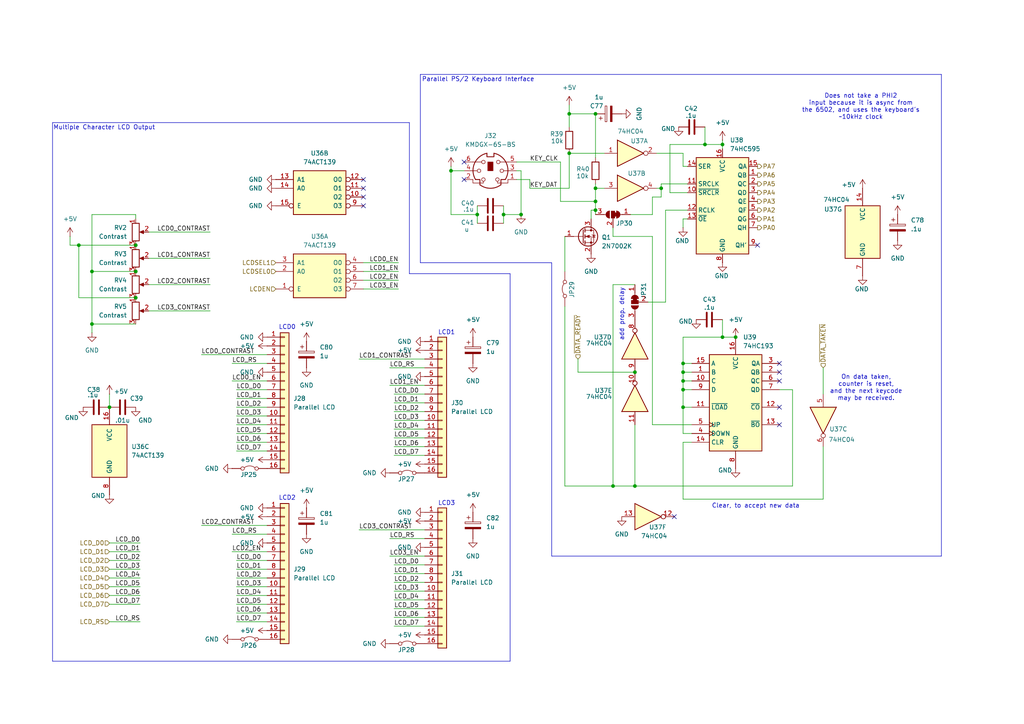
<source format=kicad_sch>
(kicad_sch (version 20250114) (generator "eeschema") (generator_version "9.0")
  (paper "A4")
  (title_block (title "65c02 Homebrew") (rev "Prelim") (company "Joseph R. Freeston") (comment 2 "https://github.com/snorklerjoe/useful6502") (comment 4 "A 65c02-based computer with peripheral i/o offloaded to a PIC16 microcontroller."))
  (lib_symbols
    (symbol "74xx:74HC04"
      (property "Reference" "U" (at 0 1.27 0))
      (property "Value" "74HC04" (at 0 -1.27 0))
      (symbol "74HC04_1_0"
        (pin input line (at -7.62 0 0) (length 3.81) (name "~") (number "1"))
        (pin output inverted (at 7.62 0 180) (length 3.81) (name "~") (number "2"))
      )
      (symbol "74HC04_2_0"
        (pin input line (at -7.62 0 0) (length 3.81) (name "~") (number "3"))
        (pin output inverted (at 7.62 0 180) (length 3.81) (name "~") (number "4"))
      )
      (symbol "74HC04_3_0"
        (pin input line (at -7.62 0 0) (length 3.81) (name "~") (number "5"))
        (pin output inverted (at 7.62 0 180) (length 3.81) (name "~") (number "6"))
      )
      (symbol "74HC04_4_0"
        (pin input line (at -7.62 0 0) (length 3.81) (name "~") (number "9"))
        (pin output inverted (at 7.62 0 180) (length 3.81) (name "~") (number "8"))
      )
      (symbol "74HC04_5_0"
        (pin input line (at -7.62 0 0) (length 3.81) (name "~") (number "11"))
        (pin output inverted (at 7.62 0 180) (length 3.81) (name "~") (number "10"))
      )
      (symbol "74HC04_6_0"
        (pin input line (at -7.62 0 0) (length 3.81) (name "~") (number "13"))
        (pin output inverted (at 7.62 0 180) (length 3.81) (name "~") (number "12"))
      )
      (symbol "74HC04_7_0"
        (pin power_in line (at 0 12.7 270) (length 5.08) (name "VCC") (number "14"))
        (pin power_in line (at 0 -12.7 90) (length 5.08) (name "GND") (number "7"))
      )
    )
    (symbol "74xx:74HC193"
      (property "Reference" "U" (at -7.62 13.97 0))
      (property "Value" "74HC193" (at 5.08 13.97 0))
      (symbol "74HC193_1_0"
        (pin input line (at -12.7 10.16 0) (length 5.08) (name "A") (number "15"))
        (pin input line (at -12.7 7.62 0) (length 5.08) (name "B") (number "1"))
        (pin input line (at -12.7 5.08 0) (length 5.08) (name "C") (number "10"))
        (pin input line (at -12.7 2.54 0) (length 5.08) (name "D") (number "9"))
        (pin input line (at -12.7 -2.54 0) (length 5.08) (name "~{LOAD}") (number "11"))
        (pin input clock (at -12.7 -7.62 0) (length 5.08) (name "UP") (number "5"))
        (pin input clock (at -12.7 -10.16 0) (length 5.08) (name "DOWN") (number "4"))
        (pin input line (at -12.7 -12.7 0) (length 5.08) (name "CLR") (number "14"))
        (pin power_in line (at 0 17.78 270) (length 5.08) (name "VCC") (number "16"))
        (pin power_in line (at 0 -20.32 90) (length 5.08) (name "GND") (number "8"))
        (pin output line (at 12.7 10.16 180) (length 5.08) (name "QA") (number "3"))
        (pin output line (at 12.7 7.62 180) (length 5.08) (name "QB") (number "2"))
        (pin output line (at 12.7 5.08 180) (length 5.08) (name "QC") (number "6"))
        (pin output line (at 12.7 2.54 180) (length 5.08) (name "QD") (number "7"))
        (pin output line (at 12.7 -2.54 180) (length 5.08) (name "~{CO}") (number "12"))
        (pin output line (at 12.7 -7.62 180) (length 5.08) (name "~{BO}") (number "13"))
      )
    )
    (symbol "74xx:74HC595"
      (property "Reference" "U" (at -7.62 13.97 0))
      (property "Value" "74HC595" (at -7.62 -16.51 0))
      (symbol "74HC595_1_0"
        (pin input line (at -10.16 10.16 0) (length 2.54) (name "SER") (number "14"))
        (pin input line (at -10.16 5.08 0) (length 2.54) (name "SRCLK") (number "11"))
        (pin input line (at -10.16 2.54 0) (length 2.54) (name "~{SRCLR}") (number "10"))
        (pin input line (at -10.16 -2.54 0) (length 2.54) (name "RCLK") (number "12"))
        (pin input line (at -10.16 -5.08 0) (length 2.54) (name "~{OE}") (number "13"))
        (pin power_in line (at 0 15.24 270) (length 2.54) (name "VCC") (number "16"))
        (pin power_in line (at 0 -17.78 90) (length 2.54) (name "GND") (number "8"))
        (pin tri_state line (at 10.16 10.16 180) (length 2.54) (name "QA") (number "15"))
        (pin tri_state line (at 10.16 7.62 180) (length 2.54) (name "QB") (number "1"))
        (pin tri_state line (at 10.16 5.08 180) (length 2.54) (name "QC") (number "2"))
        (pin tri_state line (at 10.16 2.54 180) (length 2.54) (name "QD") (number "3"))
        (pin tri_state line (at 10.16 0 180) (length 2.54) (name "QE") (number "4"))
        (pin tri_state line (at 10.16 -2.54 180) (length 2.54) (name "QF") (number "5"))
        (pin tri_state line (at 10.16 -5.08 180) (length 2.54) (name "QG") (number "6"))
        (pin tri_state line (at 10.16 -7.62 180) (length 2.54) (name "QH") (number "7"))
        (pin output line (at 10.16 -12.7 180) (length 2.54) (name "QH'") (number "9"))
      )
    )
    (symbol "74xx:74LS139" (pin_names (offset 1.016))
      (property "Reference" "U" (at -7.62 8.89 0))
      (property "Value" "74LS139" (at -7.62 -8.89 0))
      (symbol "74LS139_1_0"
        (pin input line (at -12.7 2.54 0) (length 5.08) (name "A1") (number "3"))
        (pin input line (at -12.7 0 0) (length 5.08) (name "A0") (number "2"))
        (pin input inverted (at -12.7 -5.08 0) (length 5.08) (name "E") (number "1"))
        (pin output inverted (at 12.7 2.54 180) (length 5.08) (name "O0") (number "4"))
        (pin output inverted (at 12.7 0 180) (length 5.08) (name "O1") (number "5"))
        (pin output inverted (at 12.7 -2.54 180) (length 5.08) (name "O2") (number "6"))
        (pin output inverted (at 12.7 -5.08 180) (length 5.08) (name "O3") (number "7"))
      )
      (symbol "74LS139_2_0"
        (pin input line (at -12.7 2.54 0) (length 5.08) (name "A1") (number "13"))
        (pin input line (at -12.7 0 0) (length 5.08) (name "A0") (number "14"))
        (pin input inverted (at -12.7 -5.08 0) (length 5.08) (name "E") (number "15"))
        (pin output inverted (at 12.7 2.54 180) (length 5.08) (name "O0") (number "12"))
        (pin output inverted (at 12.7 0 180) (length 5.08) (name "O1") (number "11"))
        (pin output inverted (at 12.7 -2.54 180) (length 5.08) (name "O2") (number "10"))
        (pin output inverted (at 12.7 -5.08 180) (length 5.08) (name "O3") (number "9"))
      )
      (symbol "74LS139_3_0"
        (pin power_in line (at 0 12.7 270) (length 5.08) (name "VCC") (number "16"))
        (pin power_in line (at 0 -12.7 90) (length 5.08) (name "GND") (number "8"))
      )
    )
    (symbol "Connector:Mini-DIN-6" (pin_names (offset 1.016))
      (property "Reference" "J" (at 0 6.35 0))
      (property "Value" "Mini-DIN-6" (at 0 -6.35 0))
      (symbol "Mini-DIN-6_1_1"
        (pin passive line (at -7.62 2.54 0) (length 2.54) (name "~") (number "6"))
        (pin passive line (at -7.62 0 0) (length 2.54) (name "~") (number "4"))
        (pin passive line (at -7.62 -2.54 0) (length 2.54) (name "~") (number "2"))
        (pin passive line (at 7.62 2.54 180) (length 2.54) (name "~") (number "5"))
        (pin passive line (at 7.62 0 180) (length 2.54) (name "~") (number "3"))
        (pin passive line (at 7.62 -2.54 180) (length 2.54) (name "~") (number "1"))
      )
    )
    (symbol "Connector_Generic:Conn_01x16" (pin_names (offset 1.016) (hide yes))
      (property "Reference" "J" (at 0 20.32 0))
      (property "Value" "Conn_01x16" (at 0 -22.86 0))
      (symbol "Conn_01x16_1_1"
        (pin passive line (at -5.08 17.78 0) (length 3.81) (name "Pin_1") (number "1"))
        (pin passive line (at -5.08 15.24 0) (length 3.81) (name "Pin_2") (number "2"))
        (pin passive line (at -5.08 12.7 0) (length 3.81) (name "Pin_3") (number "3"))
        (pin passive line (at -5.08 10.16 0) (length 3.81) (name "Pin_4") (number "4"))
        (pin passive line (at -5.08 7.62 0) (length 3.81) (name "Pin_5") (number "5"))
        (pin passive line (at -5.08 5.08 0) (length 3.81) (name "Pin_6") (number "6"))
        (pin passive line (at -5.08 2.54 0) (length 3.81) (name "Pin_7") (number "7"))
        (pin passive line (at -5.08 0 0) (length 3.81) (name "Pin_8") (number "8"))
        (pin passive line (at -5.08 -2.54 0) (length 3.81) (name "Pin_9") (number "9"))
        (pin passive line (at -5.08 -5.08 0) (length 3.81) (name "Pin_10") (number "10"))
        (pin passive line (at -5.08 -7.62 0) (length 3.81) (name "Pin_11") (number "11"))
        (pin passive line (at -5.08 -10.16 0) (length 3.81) (name "Pin_12") (number "12"))
        (pin passive line (at -5.08 -12.7 0) (length 3.81) (name "Pin_13") (number "13"))
        (pin passive line (at -5.08 -15.24 0) (length 3.81) (name "Pin_14") (number "14"))
        (pin passive line (at -5.08 -17.78 0) (length 3.81) (name "Pin_15") (number "15"))
        (pin passive line (at -5.08 -20.32 0) (length 3.81) (name "Pin_16") (number "16"))
      )
    )
    (symbol "Device:C" (pin_numbers (hide yes)) (pin_names (offset 0.254))
      (property "Reference" "C" (at 0.635 2.54 0))
      (property "Value" "C" (at 0.635 -2.54 0))
      (symbol "C_1_1"
        (pin passive line (at 0 3.81 270) (length 2.794) (name "~") (number "1"))
        (pin passive line (at 0 -3.81 90) (length 2.794) (name "~") (number "2"))
      )
    )
    (symbol "Device:C_Polarized" (pin_numbers (hide yes)) (pin_names (offset 0.254))
      (property "Reference" "C" (at 0.635 2.54 0))
      (property "Value" "C_Polarized" (at 0.635 -2.54 0))
      (symbol "C_Polarized_1_1"
        (pin passive line (at 0 3.81 270) (length 2.794) (name "~") (number "1"))
        (pin passive line (at 0 -3.81 90) (length 2.794) (name "~") (number "2"))
      )
    )
    (symbol "Device:R" (pin_numbers (hide yes)) (pin_names (offset 0))
      (property "Reference" "R" (at 2.032 0 90))
      (property "Value" "R" (at 0 0 90))
      (symbol "R_1_1"
        (pin passive line (at 0 3.81 270) (length 1.27) (name "~") (number "1"))
        (pin passive line (at 0 -3.81 90) (length 1.27) (name "~") (number "2"))
      )
    )
    (symbol "Device:R_Potentiometer" (pin_names (offset 1.016) (hide yes))
      (property "Reference" "RV" (at -4.445 0 90))
      (property "Value" "R_Potentiometer" (at -2.54 0 90))
      (symbol "R_Potentiometer_1_1"
        (pin passive line (at 0 3.81 270) (length 1.27) (name "1") (number "1"))
        (pin passive line (at 0 -3.81 90) (length 1.27) (name "3") (number "3"))
        (pin passive line (at 3.81 0 180) (length 1.27) (name "2") (number "2"))
      )
    )
    (symbol "Jumper:Jumper_2_Bridged" (pin_numbers (hide yes)) (pin_names (offset 0) (hide yes))
      (property "Reference" "JP" (at 0 1.905 0))
      (property "Value" "Jumper_2_Bridged" (at 0 -2.54 0))
      (symbol "Jumper_2_Bridged_1_1"
        (pin passive line (at -5.08 0 0) (length 2.54) (name "A") (number "1"))
        (pin passive line (at 5.08 0 180) (length 2.54) (name "B") (number "2"))
      )
    )
    (symbol "Jumper:SolderJumper_3_Bridged12" (pin_names (offset 0) (hide yes)) (in_bom no)
      (property "Reference" "JP" (at -2.54 -2.54 0))
      (property "Value" "SolderJumper_3_Bridged12" (at 0 2.794 0))
      (symbol "SolderJumper_3_Bridged12_1_1"
        (pin passive line (at -5.08 0 0) (length 2.54) (name "A") (number "1"))
        (pin passive line (at 0 -3.81 90) (length 2.54) (name "C") (number "2"))
        (pin passive line (at 5.08 0 180) (length 2.54) (name "B") (number "3"))
      )
    )
    (symbol "Transistor_FET:2N7002K" (pin_names (hide yes))
      (property "Reference" "Q" (at 5.08 1.905 0))
      (property "Value" "2N7002K" (at 5.08 0 0))
      (symbol "2N7002K_1_1"
        (pin input line (at -5.08 0 0) (length 2.54) (name "G") (number "1"))
        (pin passive line (at 2.54 5.08 270) (length 2.54) (name "D") (number "3"))
        (pin passive line (at 2.54 -5.08 90) (length 2.54) (name "S") (number "2"))
      )
    )
    (symbol "power:+5V" (power) (pin_numbers (hide yes)) (pin_names (offset 0) (hide yes))
      (property "Value" "+5V" (at 0 3.556 0))
      (symbol "+5V_1_1"
        (pin power_in line (at 0 0 90) (length 0) (name "~") (number "1"))
      )
    )
    (symbol "power:GND" (power) (pin_numbers (hide yes)) (pin_names (offset 0) (hide yes))
      (property "Value" "GND" (at 0 -3.81 0))
      (symbol "GND_1_1"
        (pin power_in line (at 0 0 270) (length 0) (name "~") (number "1"))
      )
    )
  )
  (text "LCD3" (at 129.54 146.05 0) (effects (font (size 1.27 1.27))))
  (text "LCD2\n" (at 83.312 144.526 0) (effects (font (size 1.27 1.27))))
  (text "On data taken,\ncounter is reset,\nand the next keycode\nmay be received." (at 251.206 112.522 0) (effects (font (size 1.27 1.27))))
  (text "LCD1" (at 129.54 96.52 0) (effects (font (size 1.27 1.27))))
  (text "Clear, to accept new data" (at 219.202 146.812 0) (effects (font (size 1.27 1.27))))
  (text "Multiple Character LCD Output" (at 30.226 37.084 0) (effects (font (size 1.27 1.27))))
  (text "Parallel PS/2 Keyboard Interface" (at 138.684 23.114 0) (effects (font (size 1.27 1.27))))
  (text "add prop. delay" (at 180.34 91.186 90) (effects (font (size 1.27 1.27))))
  (text "LCD0" (at 83.312 94.996 0) (effects (font (size 1.27 1.27))))
  (text "Does not take a PHI2\ninput because it is async from\nthe 6502, and uses the keyboard's\n~10kHz clock" (at 249.682 30.988 0) (effects (font (size 1.27 1.27))))
  (junction (at 198.12 118.11))
  (junction (at 165.1 33.02))
  (junction (at 198.12 105.41))
  (junction (at 172.72 58.42))
  (junction (at 22.86 71.12))
  (junction (at 191.77 54.61))
  (junction (at 172.72 33.02))
  (junction (at 172.72 60.96))
  (junction (at 26.67 93.98))
  (junction (at 198.12 113.03))
  (junction (at 165.1 44.45))
  (junction (at 198.12 110.49))
  (junction (at 146.05 62.23))
  (junction (at 209.55 97.79))
  (junction (at 184.15 140.97))
  (junction (at 39.37 86.36))
  (junction (at 138.43 62.23))
  (junction (at 39.37 78.74))
  (junction (at 130.81 49.53))
  (junction (at 204.47 41.91))
  (junction (at 184.15 107.95))
  (junction (at 172.72 54.61))
  (junction (at 31.75 118.11))
  (junction (at 26.67 78.74))
  (junction (at 177.8 140.97))
  (junction (at 39.37 71.12))
  (junction (at 209.55 41.91))
  (junction (at 213.36 97.79))
  (junction (at 151.13 62.23))
  (junction (at 198.12 107.95))
  (no_connect (at 226.06 107.95))
  (no_connect (at 134.62 52.07))
  (no_connect (at 226.06 110.49))
  (no_connect (at 134.62 46.99))
  (no_connect (at 226.06 123.19))
  (no_connect (at 219.71 71.12))
  (no_connect (at 105.41 54.61))
  (no_connect (at 105.41 59.69))
  (no_connect (at 226.06 105.41))
  (no_connect (at 105.41 57.15))
  (no_connect (at 195.58 149.86))
  (no_connect (at 226.06 118.11))
  (no_connect (at 105.41 52.07))
  (wire (pts (xy 77.47 130.81) (xy 68.58 130.81)))
  (wire (pts (xy 200.66 125.73) (xy 198.12 125.73)))
  (wire (pts (xy 39.37 63.5) (xy 39.37 62.23)))
  (wire (pts (xy 191.77 54.61) (xy 191.77 53.34)))
  (wire (pts (xy 198.12 105.41) (xy 198.12 107.95)))
  (polyline (pts (xy 121.92 21.59) (xy 121.92 76.2)))
  (wire (pts (xy 123.19 179.07) (xy 114.3 179.07)))
  (wire (pts (xy 163.83 140.97) (xy 177.8 140.97)))
  (wire (pts (xy 113.03 111.76) (xy 123.19 111.76)))
  (wire (pts (xy 20.32 68.58) (xy 20.32 71.12)))
  (wire (pts (xy 39.37 93.98) (xy 26.67 93.98)))
  (wire (pts (xy 165.1 33.02) (xy 165.1 36.83)))
  (wire (pts (xy 123.19 163.83) (xy 114.3 163.83)))
  (wire (pts (xy 198.12 107.95) (xy 198.12 110.49)))
  (wire (pts (xy 238.76 106.68) (xy 238.76 114.3)))
  (wire (pts (xy 123.19 129.54) (xy 114.3 129.54)))
  (wire (pts (xy 198.12 44.45) (xy 198.12 48.26)))
  (wire (pts (xy 153.67 54.61) (xy 165.1 54.61)))
  (wire (pts (xy 153.67 52.07) (xy 153.67 54.61)))
  (wire (pts (xy 43.18 67.31) (xy 60.96 67.31)))
  (wire (pts (xy 162.56 58.42) (xy 172.72 58.42)))
  (wire (pts (xy 177.8 68.58) (xy 189.23 68.58)))
  (wire (pts (xy 104.14 153.67) (xy 123.19 153.67)))
  (wire (pts (xy 167.64 107.95) (xy 184.15 107.95)))
  (wire (pts (xy 189.23 68.58) (xy 189.23 123.19)))
  (wire (pts (xy 238.76 144.78) (xy 198.12 144.78)))
  (wire (pts (xy 194.31 55.88) (xy 194.31 41.91)))
  (wire (pts (xy 198.12 144.78) (xy 198.12 128.27)))
  (wire (pts (xy 209.55 43.18) (xy 209.55 41.91)))
  (wire (pts (xy 31.75 162.56) (xy 40.64 162.56)))
  (wire (pts (xy 31.75 165.1) (xy 40.64 165.1)))
  (wire (pts (xy 123.19 181.61) (xy 114.3 181.61)))
  (wire (pts (xy 39.37 62.23) (xy 26.67 62.23)))
  (wire (pts (xy 105.41 83.82) (xy 115.57 83.82)))
  (wire (pts (xy 67.31 110.49) (xy 77.47 110.49)))
  (wire (pts (xy 77.47 125.73) (xy 68.58 125.73)))
  (polyline (pts (xy 147.955 79.375) (xy 147.955 191.77)))
  (wire (pts (xy 209.55 41.91) (xy 209.55 40.64)))
  (wire (pts (xy 123.19 171.45) (xy 114.3 171.45)))
  (wire (pts (xy 165.1 44.45) (xy 175.26 44.45)))
  (wire (pts (xy 123.19 121.92) (xy 114.3 121.92)))
  (wire (pts (xy 184.15 140.97) (xy 229.87 140.97)))
  (wire (pts (xy 177.8 66.04) (xy 177.8 68.58)))
  (wire (pts (xy 123.19 124.46) (xy 114.3 124.46)))
  (wire (pts (xy 77.47 165.1) (xy 68.58 165.1)))
  (wire (pts (xy 146.05 59.69) (xy 146.05 62.23)))
  (wire (pts (xy 123.19 114.3) (xy 114.3 114.3)))
  (wire (pts (xy 77.47 115.57) (xy 68.58 115.57)))
  (wire (pts (xy 198.12 128.27) (xy 200.66 128.27)))
  (wire (pts (xy 204.47 36.83) (xy 204.47 41.91)))
  (wire (pts (xy 200.66 105.41) (xy 198.12 105.41)))
  (wire (pts (xy 229.87 113.03) (xy 229.87 140.97)))
  (wire (pts (xy 198.12 48.26) (xy 199.39 48.26)))
  (wire (pts (xy 177.8 82.55) (xy 177.8 140.97)))
  (polyline (pts (xy 15.24 35.56) (xy 118.745 35.56)))
  (wire (pts (xy 77.47 120.65) (xy 68.58 120.65)))
  (wire (pts (xy 184.15 123.19) (xy 184.15 140.97)))
  (wire (pts (xy 31.75 157.48) (xy 40.64 157.48)))
  (wire (pts (xy 198.12 105.41) (xy 198.12 97.79)))
  (wire (pts (xy 22.86 86.36) (xy 39.37 86.36)))
  (wire (pts (xy 149.86 46.99) (xy 162.56 46.99)))
  (wire (pts (xy 171.45 60.96) (xy 172.72 60.96)))
  (wire (pts (xy 171.45 63.5) (xy 171.45 60.96)))
  (wire (pts (xy 189.23 62.23) (xy 189.23 57.15)))
  (wire (pts (xy 130.81 48.26) (xy 130.81 49.53)))
  (wire (pts (xy 138.43 59.69) (xy 138.43 62.23)))
  (wire (pts (xy 113.03 106.68) (xy 123.19 106.68)))
  (wire (pts (xy 226.06 113.03) (xy 229.87 113.03)))
  (wire (pts (xy 105.41 78.74) (xy 115.57 78.74)))
  (wire (pts (xy 190.5 54.61) (xy 191.77 54.61)))
  (wire (pts (xy 31.75 170.18) (xy 40.64 170.18)))
  (wire (pts (xy 105.41 76.2) (xy 115.57 76.2)))
  (wire (pts (xy 77.47 162.56) (xy 68.58 162.56)))
  (wire (pts (xy 123.19 176.53) (xy 114.3 176.53)))
  (wire (pts (xy 199.39 55.88) (xy 194.31 55.88)))
  (wire (pts (xy 26.67 62.23) (xy 26.67 78.74)))
  (wire (pts (xy 209.55 97.79) (xy 213.36 97.79)))
  (wire (pts (xy 31.75 160.02) (xy 40.64 160.02)))
  (wire (pts (xy 187.96 87.63) (xy 193.04 87.63)))
  (wire (pts (xy 163.83 78.74) (xy 163.83 68.58)))
  (wire (pts (xy 67.31 105.41) (xy 77.47 105.41)))
  (wire (pts (xy 177.8 140.97) (xy 184.15 140.97)))
  (wire (pts (xy 67.31 154.94) (xy 77.47 154.94)))
  (wire (pts (xy 31.75 175.26) (xy 40.64 175.26)))
  (wire (pts (xy 190.5 44.45) (xy 198.12 44.45)))
  (wire (pts (xy 77.47 113.03) (xy 68.58 113.03)))
  (wire (pts (xy 31.75 172.72) (xy 40.64 172.72)))
  (wire (pts (xy 191.77 53.34) (xy 199.39 53.34)))
  (wire (pts (xy 43.18 82.55) (xy 60.96 82.55)))
  (wire (pts (xy 204.47 41.91) (xy 209.55 41.91)))
  (wire (pts (xy 198.12 107.95) (xy 200.66 107.95)))
  (polyline (pts (xy 118.745 35.56) (xy 118.745 79.375)))
  (wire (pts (xy 193.04 60.96) (xy 199.39 60.96)))
  (polyline (pts (xy 273.05 21.59) (xy 121.92 21.59)))
  (wire (pts (xy 43.18 90.17) (xy 60.96 90.17)))
  (wire (pts (xy 77.47 177.8) (xy 68.58 177.8)))
  (wire (pts (xy 77.47 180.34) (xy 68.58 180.34)))
  (wire (pts (xy 193.04 87.63) (xy 193.04 60.96)))
  (wire (pts (xy 194.31 41.91) (xy 204.47 41.91)))
  (wire (pts (xy 77.47 118.11) (xy 68.58 118.11)))
  (wire (pts (xy 123.19 166.37) (xy 114.3 166.37)))
  (polyline (pts (xy 160.02 76.2) (xy 160.02 161.29)))
  (polyline (pts (xy 121.92 76.2) (xy 160.02 76.2)))
  (wire (pts (xy 123.19 173.99) (xy 114.3 173.99)))
  (wire (pts (xy 26.67 78.74) (xy 39.37 78.74)))
  (wire (pts (xy 200.66 118.11) (xy 198.12 118.11)))
  (wire (pts (xy 130.81 62.23) (xy 130.81 49.53)))
  (wire (pts (xy 31.75 114.3) (xy 31.75 118.11)))
  (wire (pts (xy 209.55 92.71) (xy 209.55 97.79)))
  (wire (pts (xy 77.47 170.18) (xy 68.58 170.18)))
  (wire (pts (xy 172.72 54.61) (xy 175.26 54.61)))
  (wire (pts (xy 77.47 167.64) (xy 68.58 167.64)))
  (polyline (pts (xy 160.02 161.29) (xy 273.05 161.29)))
  (wire (pts (xy 22.86 71.12) (xy 22.86 86.36)))
  (wire (pts (xy 162.56 46.99) (xy 162.56 58.42)))
  (wire (pts (xy 163.83 88.9) (xy 163.83 140.97)))
  (wire (pts (xy 77.47 175.26) (xy 68.58 175.26)))
  (wire (pts (xy 172.72 45.72) (xy 172.72 33.02)))
  (wire (pts (xy 172.72 33.02) (xy 165.1 33.02)))
  (wire (pts (xy 189.23 123.19) (xy 200.66 123.19)))
  (wire (pts (xy 123.19 132.08) (xy 114.3 132.08)))
  (wire (pts (xy 20.32 71.12) (xy 22.86 71.12)))
  (wire (pts (xy 31.75 180.34) (xy 40.64 180.34)))
  (wire (pts (xy 151.13 49.53) (xy 149.86 49.53)))
  (wire (pts (xy 113.03 161.29) (xy 123.19 161.29)))
  (wire (pts (xy 198.12 63.5) (xy 198.12 66.04)))
  (wire (pts (xy 58.42 102.87) (xy 77.47 102.87)))
  (wire (pts (xy 26.67 96.52) (xy 26.67 93.98)))
  (wire (pts (xy 77.47 172.72) (xy 68.58 172.72)))
  (wire (pts (xy 77.47 128.27) (xy 68.58 128.27)))
  (wire (pts (xy 123.19 127) (xy 114.3 127)))
  (wire (pts (xy 26.67 93.98) (xy 26.67 78.74)))
  (wire (pts (xy 67.31 160.02) (xy 77.47 160.02)))
  (wire (pts (xy 191.77 54.61) (xy 191.77 57.15)))
  (polyline (pts (xy 118.745 79.375) (xy 147.955 79.375)))
  (wire (pts (xy 39.37 71.12) (xy 22.86 71.12)))
  (wire (pts (xy 198.12 110.49) (xy 198.12 113.03)))
  (wire (pts (xy 31.75 167.64) (xy 40.64 167.64)))
  (polyline (pts (xy 273.05 161.29) (xy 273.05 21.59)))
  (wire (pts (xy 130.81 49.53) (xy 134.62 49.53)))
  (wire (pts (xy 151.13 49.53) (xy 151.13 62.23)))
  (wire (pts (xy 177.8 82.55) (xy 184.15 82.55)))
  (wire (pts (xy 189.23 57.15) (xy 191.77 57.15)))
  (wire (pts (xy 182.88 62.23) (xy 189.23 62.23)))
  (wire (pts (xy 198.12 113.03) (xy 200.66 113.03)))
  (wire (pts (xy 77.47 123.19) (xy 68.58 123.19)))
  (wire (pts (xy 172.72 60.96) (xy 172.72 62.23)))
  (wire (pts (xy 58.42 152.4) (xy 77.47 152.4)))
  (wire (pts (xy 105.41 81.28) (xy 115.57 81.28)))
  (wire (pts (xy 165.1 44.45) (xy 165.1 54.61)))
  (wire (pts (xy 198.12 113.03) (xy 198.12 118.11)))
  (wire (pts (xy 151.13 62.23) (xy 146.05 62.23)))
  (wire (pts (xy 172.72 53.34) (xy 172.72 54.61)))
  (polyline (pts (xy 147.955 191.77) (xy 15.24 191.77)))
  (polyline (pts (xy 15.24 35.56) (xy 15.24 191.77)))
  (wire (pts (xy 165.1 30.48) (xy 165.1 33.02)))
  (wire (pts (xy 138.43 62.23) (xy 130.81 62.23)))
  (wire (pts (xy 113.03 156.21) (xy 123.19 156.21)))
  (wire (pts (xy 198.12 97.79) (xy 209.55 97.79)))
  (wire (pts (xy 123.19 168.91) (xy 114.3 168.91)))
  (wire (pts (xy 199.39 63.5) (xy 198.12 63.5)))
  (wire (pts (xy 146.05 64.77) (xy 146.05 62.23)))
  (wire (pts (xy 123.19 116.84) (xy 114.3 116.84)))
  (wire (pts (xy 238.76 129.54) (xy 238.76 144.78)))
  (wire (pts (xy 167.64 104.14) (xy 167.64 107.95)))
  (wire (pts (xy 123.19 119.38) (xy 114.3 119.38)))
  (wire (pts (xy 172.72 54.61) (xy 172.72 58.42)))
  (wire (pts (xy 200.66 110.49) (xy 198.12 110.49)))
  (wire (pts (xy 43.18 74.93) (xy 60.96 74.93)))
  (wire (pts (xy 104.14 104.14) (xy 123.19 104.14)))
  (wire (pts (xy 198.12 118.11) (xy 198.12 125.73)))
  (wire (pts (xy 172.72 58.42) (xy 172.72 60.96)))
  (wire (pts (xy 149.86 52.07) (xy 153.67 52.07)))
  (wire (pts (xy 138.43 64.77) (xy 138.43 62.23)))
  (label "LCD_D3" (at 40.64 165.1 180))
  (label "LCD2_CONTRAST" (at 60.96 82.55 180))
  (label "LCD2_EN" (at 115.57 81.28 180))
  (label "LCD_D3" (at 114.3 121.92 0))
  (label "KEY_DAT" (at 153.67 54.61 0))
  (label "LCD_D0" (at 68.58 113.03 0))
  (label "LCD3_EN" (at 113.03 161.29 0))
  (label "LCD_D1" (at 114.3 166.37 0))
  (label "LCD1_EN" (at 115.57 78.74 180))
  (label "LCD_D7" (at 114.3 132.08 0))
  (label "LCD_RS" (at 113.03 156.21 0))
  (label "LCD3_CONTRAST" (at 60.96 90.17 180))
  (label "LCD_D6" (at 68.58 128.27 0))
  (label "LCD0_CONTRAST" (at 60.96 67.31 180))
  (label "LCD_D7" (at 68.58 130.81 0))
  (label "LCD0_EN" (at 115.57 76.2 180))
  (label "LCD_D1" (at 68.58 165.1 0))
  (label "LCD_D1" (at 114.3 116.84 0))
  (label "LCD2_CONTRAST" (at 58.42 152.4 0))
  (label "LCD_D0" (at 68.58 162.56 0))
  (label "LCD_RS" (at 67.31 105.41 0))
  (label "LCD0_EN" (at 67.31 110.49 0))
  (label "LCD_D2" (at 40.64 162.56 180))
  (label "LCD_D1" (at 40.64 160.02 180))
  (label "LCD2_EN" (at 67.31 160.02 0))
  (label "LCD_RS" (at 113.03 106.68 0))
  (label "LCD_D2" (at 114.3 168.91 0))
  (label "LCD_D6" (at 114.3 179.07 0))
  (label "LCD1_CONTRAST" (at 60.96 74.93 180))
  (label "LCD_RS" (at 40.64 180.34 180))
  (label "LCD_D3" (at 68.58 120.65 0))
  (label "LCD1_CONTRAST" (at 104.14 104.14 0))
  (label "LCD3_EN" (at 115.57 83.82 180))
  (label "LCD_D0" (at 114.3 163.83 0))
  (label "KEY_CLK" (at 153.67 46.99 0))
  (label "LCD_D5" (at 40.64 170.18 180))
  (label "LCD_D0" (at 114.3 114.3 0))
  (label "LCD_D7" (at 68.58 180.34 0))
  (label "LCD_D7" (at 40.64 175.26 180))
  (label "LCD_D5" (at 68.58 175.26 0))
  (label "LCD_D5" (at 114.3 127 0))
  (label "LCD_D7" (at 114.3 181.61 0))
  (label "LCD_D0" (at 40.64 157.48 180))
  (label "LCD_D4" (at 40.64 167.64 180))
  (label "LCD_D6" (at 68.58 177.8 0))
  (label "LCD_D2" (at 68.58 167.64 0))
  (label "LCD_D6" (at 40.64 172.72 180))
  (label "LCD_D3" (at 114.3 171.45 0))
  (label "LCD_D6" (at 114.3 129.54 0))
  (label "LCD_RS" (at 67.31 154.94 0))
  (label "LCD_D3" (at 68.58 170.18 0))
  (label "LCD_D4" (at 68.58 123.19 0))
  (label "LCD_D4" (at 114.3 124.46 0))
  (label "LCD_D1" (at 68.58 115.57 0))
  (label "LCD1_EN" (at 113.03 111.76 0))
  (label "LCD_D5" (at 114.3 176.53 0))
  (label "LCD_D4" (at 114.3 173.99 0))
  (label "LCD_D4" (at 68.58 172.72 0))
  (label "LCD_D2" (at 68.58 118.11 0))
  (label "LCD_D2" (at 114.3 119.38 0))
  (label "LCD0_CONTRAST" (at 58.42 102.87 0))
  (label "LCD_D5" (at 68.58 125.73 0))
  (label "LCD3_CONTRAST" (at 104.14 153.67 0))
  (hierarchical_label "PA7" (shape output) (at 219.71 48.26 0))
  (hierarchical_label "LCD_D5" (shape input) (at 31.75 170.18 180))
  (hierarchical_label "LCD_D4" (shape input) (at 31.75 167.64 180))
  (hierarchical_label "LCDSEL1" (shape input) (at 80.01 76.2 180))
  (hierarchical_label "PA6" (shape output) (at 219.71 50.8 0))
  (hierarchical_label "~{DATA_TAKEN}" (shape input) (at 238.76 106.68 90))
  (hierarchical_label "LCD_D7" (shape input) (at 31.75 175.26 180))
  (hierarchical_label "LCDEN" (shape input) (at 80.01 83.82 180))
  (hierarchical_label "PA5" (shape output) (at 219.71 53.34 0))
  (hierarchical_label "LCD_D0" (shape input) (at 31.75 157.48 180))
  (hierarchical_label "LCDSEL0" (shape input) (at 80.01 78.74 180))
  (hierarchical_label "LCD_D6" (shape input) (at 31.75 172.72 180))
  (hierarchical_label "~{DATA_READY}" (shape input) (at 167.64 104.14 90))
  (hierarchical_label "LCD_D1" (shape input) (at 31.75 160.02 180))
  (hierarchical_label "PA0" (shape output) (at 219.71 66.04 0))
  (hierarchical_label "PA2" (shape output) (at 219.71 60.96 0))
  (hierarchical_label "LCD_D2" (shape input) (at 31.75 162.56 180))
  (hierarchical_label "PA1" (shape output) (at 219.71 63.5 0))
  (hierarchical_label "LCD_RS" (shape input) (at 31.75 180.34 180))
  (hierarchical_label "LCD_D3" (shape input) (at 31.75 165.1 180))
  (hierarchical_label "PA4" (shape output) (at 219.71 55.88 0))
  (hierarchical_label "PA3" (shape output) (at 219.71 58.42 0))
  (symbol (lib_id "Device:C_Polarized") (at 176.53 33.02 90) (unit 1)
    (property "Reference" "C77" (at 175.006 30.734 90) (effects (justify left)))
    (property "Value" "1u" (at 175.006 28.194 90) (effects (justify left)))
    (property "Description" "Polarized capacitor" (effects (hide yes)))
  )
  (symbol (lib_id "power:GND") (at 260.35 69.85 0) (unit 1)
    (property "Reference" "#PWR0281" (effects (hide yes)))
    (property "Value" "GND" (at 260.35 74.93 0))
    (property "Description" "Power symbol creates a global label with name \"GND\" , ground" (effects (hide yes)))
  )
  (symbol (lib_id "Device:R_Potentiometer") (at 39.37 90.17 0) (unit 1)
    (property "Reference" "RV5" (at 36.83 88.8999 0) (effects (justify right)))
    (property "Value" "Contrast" (at 36.83 91.4399 0) (effects (justify right)))
    (property "Description" "Potentiometer" (effects (hide yes)))
  )
  (symbol (lib_id "Jumper:Jumper_2_Bridged") (at 72.39 135.89 0) (unit 1)
    (property "Reference" "JP25" (at 72.136 137.668 0))
    (property "Value" "Jumper_2_Bridged" (effects (hide yes)))
    (property "Description" "Jumper, 2-pole, closed/bridged" (effects (hide yes)))
  )
  (symbol (lib_id "74xx:74HC04") (at 182.88 54.61 0) (unit 2)
    (property "Reference" "U37" (at 184.658 50.292 0))
    (property "Value" "74HC04" (effects (hide yes)))
    (property "Footprint" "Package_SO:SOIC-14_3.9x8.7mm_P1.27mm" (effects (hide yes)))
    (property "Datasheet" "https://www.ti.com/lit/gpn/sn74hc04" (effects (hide yes)))
    (property "Description" "Hex Inverter" (effects (hide yes)))
    (property "t_pd (ns)" "19" (effects (hide yes)))
  )
  (symbol (lib_id "Device:C_Polarized") (at 88.9 102.87 0) (unit 1)
    (property "Reference" "C80" (at 92.71 100.7109 0) (effects (justify left)))
    (property "Value" "1u" (at 92.71 103.2509 0) (effects (justify left)))
    (property "Description" "Polarized capacitor" (effects (hide yes)))
  )
  (symbol (lib_id "power:GND") (at 123.19 109.22 270) (unit 1)
    (property "Reference" "#PWR0159" (effects (hide yes)))
    (property "Value" "GND" (at 119.38 109.2199 90) (effects (justify right)))
    (property "Description" "Power symbol creates a global label with name \"GND\" , ground" (effects (hide yes)))
  )
  (symbol (lib_id "power:+5V") (at 260.35 62.23 0) (unit 1)
    (property "Reference" "#PWR0279" (effects (hide yes)))
    (property "Value" "+5V" (at 260.35 57.15 0))
    (property "Description" "Power symbol creates a global label with name \"+5V\"" (effects (hide yes)))
  )
  (symbol (lib_id "Device:R") (at 165.1 40.64 0) (unit 1)
    (property "Reference" "R39" (at 159.512 38.862 0) (effects (justify left)))
    (property "Value" "10k" (at 159.766 40.894 0) (effects (justify left)))
    (property "Description" "Resistor" (effects (hide yes)))
  )
  (symbol (lib_id "74xx:74HC04") (at 187.96 149.86 0) (unit 6)
    (property "Reference" "U37" (at 190.754 152.908 0))
    (property "Value" "74HC04" (at 189.738 155.448 0))
    (property "Footprint" "Package_SO:SOIC-14_3.9x8.7mm_P1.27mm" (effects (hide yes)))
    (property "Datasheet" "https://www.ti.com/lit/gpn/sn74hc04" (effects (hide yes)))
    (property "Description" "Hex Inverter" (effects (hide yes)))
    (property "t_pd (ns)" "19" (effects (hide yes)))
  )
  (symbol (lib_id "power:GND") (at 123.19 158.75 270) (unit 1)
    (property "Reference" "#PWR0163" (effects (hide yes)))
    (property "Value" "GND" (at 119.38 158.7499 90) (effects (justify right)))
    (property "Description" "Power symbol creates a global label with name \"GND\" , ground" (effects (hide yes)))
  )
  (symbol (lib_id "74xx:74LS139") (at 92.71 78.74 0) (unit 1)
    (property "Reference" "U36" (at 92.71 68.58 0))
    (property "Value" "74ACT139" (at 92.71 71.12 0))
    (property "Datasheet" "http://www.ti.com/lit/ds/symlink/sn74ls139a.pdf" (effects (hide yes)))
    (property "Description" "Dual Decoder 1 of 4, Active low outputs" (effects (hide yes)))
  )
  (symbol (lib_id "power:+5V") (at 77.47 133.35 90) (unit 1)
    (property "Reference" "#PWR0147" (effects (hide yes)))
    (property "Value" "+5V" (at 73.66 133.3499 90) (effects (justify left)))
    (property "Description" "Power symbol creates a global label with name \"+5V\"" (effects (hide yes)))
  )
  (symbol (lib_id "power:+5V") (at 88.9 147.32 0) (unit 1)
    (property "Reference" "#PWR0286" (effects (hide yes)))
    (property "Value" "+5V" (at 88.9 142.24 0))
    (property "Description" "Power symbol creates a global label with name \"+5V\"" (effects (hide yes)))
  )
  (symbol (lib_id "power:GND") (at 80.01 52.07 270) (unit 1)
    (property "Reference" "#PWR0152" (effects (hide yes)))
    (property "Value" "GND" (at 76.2 52.0699 90) (effects (justify right)))
    (property "Description" "Power symbol creates a global label with name \"GND\" , ground" (effects (hide yes)))
  )
  (symbol (lib_id "power:+5V") (at 209.55 40.64 0) (unit 1)
    (property "Reference" "#PWR0173" (effects (hide yes)))
    (property "Value" "+5V" (at 209.55 35.56 0))
    (property "Description" "Power symbol creates a global label with name \"+5V\"" (effects (hide yes)))
  )
  (symbol (lib_id "Device:C") (at 200.66 36.83 90) (unit 1)
    (property "Reference" "C42" (at 200.406 31.496 90))
    (property "Value" ".1u" (at 200.406 33.528 90))
    (property "Description" "Unpolarized capacitor" (effects (hide yes)))
  )
  (symbol (lib_id "Device:R_Potentiometer") (at 39.37 82.55 0) (unit 1)
    (property "Reference" "RV4" (at 36.83 81.2799 0) (effects (justify right)))
    (property "Value" "Contrast" (at 36.83 83.8199 0) (effects (justify right)))
    (property "Description" "Potentiometer" (effects (hide yes)))
  )
  (symbol (lib_id "power:GND") (at 67.31 135.89 270) (unit 1)
    (property "Reference" "#PWR0142" (effects (hide yes)))
    (property "Value" "GND" (at 63.5 135.8899 90) (effects (justify right)))
    (property "Description" "Power symbol creates a global label with name \"GND\" , ground" (effects (hide yes)))
  )
  (symbol (lib_id "Jumper:SolderJumper_3_Bridged12") (at 177.8 62.23 0) (mirror y) (unit 1) (in_bom no)
    (property "Reference" "JP30" (at 181.102 64.77 0))
    (property "Value" "SolderJumper_3_Bridged12" (effects (hide yes)))
    (property "Description" "3-pole Solder Jumper, pins 1+2 closed/bridged" (effects (hide yes)))
  )
  (symbol (lib_id "power:GND") (at 31.75 143.51 0) (mirror y) (unit 1)
    (property "Reference" "#PWR0140" (effects (hide yes)))
    (property "Value" "GND" (at 26.416 143.764 0) (effects (justify right)))
    (property "Description" "Power symbol creates a global label with name \"GND\" , ground" (effects (hide yes)))
  )
  (symbol (lib_id "74xx:74HC04") (at 184.15 115.57 90) (unit 5)
    (property "Reference" "U37" (at 172.466 113.284 90) (effects (justify right)))
    (property "Value" "74HC04" (at 169.926 115.062 90) (effects (justify right)))
    (property "Footprint" "Package_SO:SOIC-14_3.9x8.7mm_P1.27mm" (effects (hide yes)))
    (property "Datasheet" "https://www.ti.com/lit/gpn/sn74hc04" (effects (hide yes)))
    (property "Description" "Hex Inverter" (effects (hide yes)))
    (property "t_pd (ns)" "19" (effects (hide yes)))
  )
  (symbol (lib_id "Device:C_Polarized") (at 88.9 151.13 0) (unit 1)
    (property "Reference" "C81" (at 92.71 148.9709 0) (effects (justify left)))
    (property "Value" "1u" (at 92.71 151.5109 0) (effects (justify left)))
    (property "Description" "Polarized capacitor" (effects (hide yes)))
  )
  (symbol (lib_id "power:GND") (at 80.01 59.69 270) (unit 1)
    (property "Reference" "#PWR0154" (effects (hide yes)))
    (property "Value" "GND" (at 76.2 59.6899 90) (effects (justify right)))
    (property "Description" "Power symbol creates a global label with name \"GND\" , ground" (effects (hide yes)))
  )
  (symbol (lib_id "power:GND") (at 77.47 107.95 270) (unit 1)
    (property "Reference" "#PWR0146" (effects (hide yes)))
    (property "Value" "GND" (at 73.66 107.9499 90) (effects (justify right)))
    (property "Description" "Power symbol creates a global label with name \"GND\" , ground" (effects (hide yes)))
  )
  (symbol (lib_id "Jumper:Jumper_2_Bridged") (at 72.39 185.42 0) (unit 1)
    (property "Reference" "JP26" (at 72.136 187.198 0))
    (property "Value" "Jumper_2_Bridged" (effects (hide yes)))
    (property "Description" "Jumper, 2-pole, closed/bridged" (effects (hide yes)))
  )
  (symbol (lib_id "Connector_Generic:Conn_01x16") (at 128.27 116.84 0) (unit 1)
    (property "Reference" "J30" (at 130.81 116.8399 0) (effects (justify left)))
    (property "Value" "Parallel LCD" (at 130.81 119.3799 0) (effects (justify left)))
    (property "Description" "Generic connector, single row, 01x16, script generated (kicad-library-utils/schlib/autogen/connector/)" (effects (hide yes)))
  )
  (symbol (lib_id "Jumper:Jumper_2_Bridged") (at 118.11 137.16 0) (unit 1)
    (property "Reference" "JP27" (at 117.856 138.938 0))
    (property "Value" "Jumper_2_Bridged" (effects (hide yes)))
    (property "Description" "Jumper, 2-pole, closed/bridged" (effects (hide yes)))
  )
  (symbol (lib_id "Device:C") (at 35.56 118.11 90) (unit 1)
    (property "Reference" "C39" (at 39.624 115.57 90))
    (property "Value" ".01u" (at 35.56 121.92 90))
    (property "Description" "Unpolarized capacitor" (effects (hide yes)))
  )
  (symbol (lib_id "Device:R") (at 172.72 49.53 0) (unit 1)
    (property "Reference" "R40" (at 167.132 49.022 0) (effects (justify left)))
    (property "Value" "10k" (at 167.132 51.054 0) (effects (justify left)))
    (property "Description" "Resistor" (effects (hide yes)))
  )
  (symbol (lib_id "power:GND") (at 123.19 99.06 270) (unit 1)
    (property "Reference" "#PWR0157" (effects (hide yes)))
    (property "Value" "GND" (at 119.38 99.0599 90) (effects (justify right)))
    (property "Description" "Power symbol creates a global label with name \"GND\" , ground" (effects (hide yes)))
  )
  (symbol (lib_id "74xx:74HC04") (at 238.76 121.92 270) (unit 3)
    (property "Reference" "U37" (at 240.538 124.46 90) (effects (justify left)))
    (property "Value" "74HC04" (at 240.284 127.508 90) (effects (justify left)))
    (property "Footprint" "Package_SO:SOIC-14_3.9x8.7mm_P1.27mm" (effects (hide yes)))
    (property "Datasheet" "https://www.ti.com/lit/gpn/sn74hc04" (effects (hide yes)))
    (property "Description" "Hex Inverter" (effects (hide yes)))
    (property "t_pd (ns)" "19" (effects (hide yes)))
  )
  (symbol (lib_id "Jumper:SolderJumper_3_Bridged12") (at 184.15 87.63 90) (mirror x) (unit 1) (in_bom no)
    (property "Reference" "JP31" (at 186.69 84.328 0))
    (property "Value" "SolderJumper_3_Bridged12" (effects (hide yes)))
    (property "Description" "3-pole Solder Jumper, pins 1+2 closed/bridged" (effects (hide yes)))
  )
  (symbol (lib_id "power:GND") (at 198.12 66.04 0) (unit 1)
    (property "Reference" "#PWR0171" (effects (hide yes)))
    (property "Value" "GND" (at 197.866 69.85 0))
    (property "Description" "Power symbol creates a global label with name \"GND\" , ground" (effects (hide yes)))
  )
  (symbol (lib_id "power:+5V") (at 88.9 99.06 0) (unit 1)
    (property "Reference" "#PWR0284" (effects (hide yes)))
    (property "Value" "+5V" (at 88.9 93.98 0))
    (property "Description" "Power symbol creates a global label with name \"+5V\"" (effects (hide yes)))
  )
  (symbol (lib_id "power:+5V") (at 123.19 184.15 90) (unit 1)
    (property "Reference" "#PWR0164" (effects (hide yes)))
    (property "Value" "+5V" (at 119.38 184.1499 90) (effects (justify left)))
    (property "Description" "Power symbol creates a global label with name \"+5V\"" (effects (hide yes)))
  )
  (symbol (lib_id "Device:C_Polarized") (at 137.16 152.4 0) (unit 1)
    (property "Reference" "C82" (at 140.97 150.2409 0) (effects (justify left)))
    (property "Value" "1u" (at 140.97 152.7809 0) (effects (justify left)))
    (property "Description" "Polarized capacitor" (effects (hide yes)))
  )
  (symbol (lib_id "Jumper:Jumper_2_Bridged") (at 118.11 186.69 0) (unit 1)
    (property "Reference" "JP28" (at 117.856 188.468 0))
    (property "Value" "Jumper_2_Bridged" (effects (hide yes)))
    (property "Description" "Jumper, 2-pole, closed/bridged" (effects (hide yes)))
  )
  (symbol (lib_id "Connector_Generic:Conn_01x16") (at 128.27 166.37 0) (unit 1)
    (property "Reference" "J31" (at 130.81 166.3699 0) (effects (justify left)))
    (property "Value" "Parallel LCD" (at 130.81 168.9099 0) (effects (justify left)))
    (property "Description" "Generic connector, single row, 01x16, script generated (kicad-library-utils/schlib/autogen/connector/)" (effects (hide yes)))
  )
  (symbol (lib_id "power:+5V") (at 77.47 149.86 90) (unit 1)
    (property "Reference" "#PWR0149" (effects (hide yes)))
    (property "Value" "+5V" (at 73.66 149.8599 90) (effects (justify left)))
    (property "Description" "Power symbol creates a global label with name \"+5V\"" (effects (hide yes)))
  )
  (symbol (lib_id "Device:C") (at 205.74 92.71 90) (unit 1)
    (property "Reference" "C43" (at 205.74 86.868 90))
    (property "Value" ".1u" (at 205.74 89.154 90))
    (property "Description" "Unpolarized capacitor" (effects (hide yes)))
  )
  (symbol (lib_id "power:GND") (at 209.55 76.2 0) (unit 1)
    (property "Reference" "#PWR0174" (effects (hide yes)))
    (property "Value" "GND" (at 209.296 80.01 0))
    (property "Description" "Power symbol creates a global label with name \"GND\" , ground" (effects (hide yes)))
  )
  (symbol (lib_id "power:+5V") (at 123.19 151.13 90) (unit 1)
    (property "Reference" "#PWR0162" (effects (hide yes)))
    (property "Value" "+5V" (at 119.38 151.1299 90) (effects (justify left)))
    (property "Description" "Power symbol creates a global label with name \"+5V\"" (effects (hide yes)))
  )
  (symbol (lib_id "Device:C") (at 142.24 64.77 90) (unit 1)
    (property "Reference" "C41" (at 135.636 64.516 90))
    (property "Value" "u" (at 135.382 66.548 90))
    (property "Description" "Unpolarized capacitor" (effects (hide yes)))
  )
  (symbol (lib_id "74xx:74HC193") (at 213.36 115.57 0) (unit 1)
    (property "Reference" "U39" (at 215.5033 97.79 0) (effects (justify left)))
    (property "Value" "74HC193" (at 215.5033 100.33 0) (effects (justify left)))
    (property "Datasheet" "https://assets.nexperia.com/documents/data-sheet/74HC_HCT193.pdf" (effects (hide yes)))
    (property "Description" "Synchronous 4-bit Up/Down (2 clk) counter" (effects (hide yes)))
  )
  (symbol (lib_id "power:GND") (at 250.19 80.01 0) (unit 1)
    (property "Reference" "#PWR0178" (effects (hide yes)))
    (property "Value" "GND" (at 249.936 83.82 0))
    (property "Description" "Power symbol creates a global label with name \"GND\" , ground" (effects (hide yes)))
  )
  (symbol (lib_id "power:+5V") (at 77.47 182.88 90) (unit 1)
    (property "Reference" "#PWR0151" (effects (hide yes)))
    (property "Value" "+5V" (at 73.66 182.8799 90) (effects (justify left)))
    (property "Description" "Power symbol creates a global label with name \"+5V\"" (effects (hide yes)))
  )
  (symbol (lib_id "Connector:Mini-DIN-6") (at 142.24 49.53 0) (unit 1)
    (property "Reference" "J32" (at 142.2577 39.37 0))
    (property "Value" "KMDGX-6S-BS" (at 142.2577 41.91 0))
    (property "Datasheet" "http://service.powerdynamics.com/ec/Catalog17/Section%2011.pdf" (effects (hide yes)))
    (property "Description" "6-pin Mini-DIN connector" (effects (hide yes)))
  )
  (symbol (lib_id "power:GND") (at 26.67 96.52 0) (unit 1)
    (property "Reference" "#PWR0138" (effects (hide yes)))
    (property "Value" "GND" (at 26.67 101.6 0))
    (property "Description" "Power symbol creates a global label with name \"GND\" , ground" (effects (hide yes)))
  )
  (symbol (lib_id "74xx:74HC04") (at 250.19 67.31 0) (unit 7)
    (property "Reference" "U37" (at 239.014 60.706 0) (effects (justify left)))
    (property "Value" "74HC04" (at 238.76 57.912 0) (effects (justify left)))
    (property "Footprint" "Package_SO:SOIC-14_3.9x8.7mm_P1.27mm" (effects (hide yes)))
    (property "Datasheet" "https://www.ti.com/lit/gpn/sn74hc04" (effects (hide yes)))
    (property "Description" "Hex Inverter" (effects (hide yes)))
    (property "t_pd (ns)" "19" (effects (hide yes)))
  )
  (symbol (lib_id "Device:C_Polarized") (at 137.16 101.6 0) (unit 1)
    (property "Reference" "C79" (at 140.97 99.4409 0) (effects (justify left)))
    (property "Value" "1u" (at 140.97 101.9809 0) (effects (justify left)))
    (property "Description" "Polarized capacitor" (effects (hide yes)))
  )
  (symbol (lib_id "power:GND") (at 137.16 105.41 0) (unit 1)
    (property "Reference" "#PWR0283" (effects (hide yes)))
    (property "Value" "GND" (at 137.16 110.49 0))
    (property "Description" "Power symbol creates a global label with name \"GND\" , ground" (effects (hide yes)))
  )
  (symbol (lib_id "power:+5V") (at 130.81 48.26 0) (unit 1)
    (property "Reference" "#PWR0165" (effects (hide yes)))
    (property "Value" "+5V" (at 130.81 43.18 0))
    (property "Description" "Power symbol creates a global label with name \"+5V\"" (effects (hide yes)))
  )
  (symbol (lib_id "power:GND") (at 213.36 135.89 0) (unit 1)
    (property "Reference" "#PWR0176" (effects (hide yes)))
    (property "Value" "GND" (at 210.312 136.398 0))
    (property "Description" "Power symbol creates a global label with name \"GND\" , ground" (effects (hide yes)))
  )
  (symbol (lib_id "power:GND") (at 39.37 118.11 0) (unit 1)
    (property "Reference" "#PWR0141" (effects (hide yes)))
    (property "Value" "GND" (at 44.196 121.92 0) (effects (justify right)))
    (property "Description" "Power symbol creates a global label with name \"GND\" , ground" (effects (hide yes)))
  )
  (symbol (lib_id "power:GND") (at 88.9 106.68 0) (unit 1)
    (property "Reference" "#PWR0285" (effects (hide yes)))
    (property "Value" "GND" (at 88.9 111.76 0))
    (property "Description" "Power symbol creates a global label with name \"GND\" , ground" (effects (hide yes)))
  )
  (symbol (lib_id "power:GND") (at 113.03 186.69 270) (unit 1)
    (property "Reference" "#PWR0156" (effects (hide yes)))
    (property "Value" "GND" (at 109.22 186.6899 90) (effects (justify right)))
    (property "Description" "Power symbol creates a global label with name \"GND\" , ground" (effects (hide yes)))
  )
  (symbol (lib_id "74xx:74HC04") (at 184.15 100.33 90) (unit 4)
    (property "Reference" "U37" (at 172.212 97.79 90) (effects (justify right)))
    (property "Value" "74HC04" (at 169.926 99.568 90) (effects (justify right)))
    (property "Footprint" "Package_SO:SOIC-14_3.9x8.7mm_P1.27mm" (effects (hide yes)))
    (property "Datasheet" "https://www.ti.com/lit/gpn/sn74hc04" (effects (hide yes)))
    (property "Description" "Hex Inverter" (effects (hide yes)))
    (property "t_pd (ns)" "19" (effects (hide yes)))
  )
  (symbol (lib_id "Device:C") (at 27.94 118.11 90) (mirror x) (unit 1)
    (property "Reference" "C38" (at 27.178 113.03 90))
    (property "Value" ".1u" (at 26.924 114.554 90))
    (property "Description" "Unpolarized capacitor" (effects (hide yes)))
  )
  (symbol (lib_id "Device:R_Potentiometer") (at 39.37 74.93 0) (unit 1)
    (property "Reference" "RV3" (at 36.83 73.6599 0) (effects (justify right)))
    (property "Value" "Contrast" (at 36.83 76.1999 0) (effects (justify right)))
    (property "Description" "Potentiometer" (effects (hide yes)))
  )
  (symbol (lib_id "Connector_Generic:Conn_01x16") (at 82.55 115.57 0) (unit 1)
    (property "Reference" "J28" (at 85.09 115.5699 0) (effects (justify left)))
    (property "Value" "Parallel LCD" (at 85.09 118.1099 0) (effects (justify left)))
    (property "Description" "Generic connector, single row, 01x16, script generated (kicad-library-utils/schlib/autogen/connector/)" (effects (hide yes)))
  )
  (symbol (lib_id "power:+5V") (at 20.32 68.58 0) (unit 1)
    (property "Reference" "#PWR0136" (effects (hide yes)))
    (property "Value" "+5V" (at 20.32 63.5 0))
    (property "Description" "Power symbol creates a global label with name \"+5V\"" (effects (hide yes)))
  )
  (symbol (lib_id "Connector_Generic:Conn_01x16") (at 82.55 165.1 0) (unit 1)
    (property "Reference" "J29" (at 85.09 165.0999 0) (effects (justify left)))
    (property "Value" "Parallel LCD" (at 85.09 167.6399 0) (effects (justify left)))
    (property "Description" "Generic connector, single row, 01x16, script generated (kicad-library-utils/schlib/autogen/connector/)" (effects (hide yes)))
  )
  (symbol (lib_id "power:GND") (at 171.45 73.66 0) (unit 1)
    (property "Reference" "#PWR0168" (effects (hide yes)))
    (property "Value" "GND" (at 171.45 78.74 0))
    (property "Description" "Power symbol creates a global label with name \"GND\" , ground" (effects (hide yes)))
  )
  (symbol (lib_id "74xx:74LS139") (at 92.71 54.61 0) (unit 2)
    (property "Reference" "U36" (at 92.71 44.45 0))
    (property "Value" "74ACT139" (at 92.71 46.99 0))
    (property "Datasheet" "http://www.ti.com/lit/ds/symlink/sn74ls139a.pdf" (effects (hide yes)))
    (property "Description" "Dual Decoder 1 of 4, Active low outputs" (effects (hide yes)))
  )
  (symbol (lib_id "power:GND") (at 201.93 92.71 0) (unit 1)
    (property "Reference" "#PWR0172" (effects (hide yes)))
    (property "Value" "GND" (at 198.882 93.218 0))
    (property "Description" "Power symbol creates a global label with name \"GND\" , ground" (effects (hide yes)))
  )
  (symbol (lib_id "power:+5V") (at 123.19 101.6 90) (unit 1)
    (property "Reference" "#PWR0158" (effects (hide yes)))
    (property "Value" "+5V" (at 119.38 101.5999 90) (effects (justify left)))
    (property "Description" "Power symbol creates a global label with name \"+5V\"" (effects (hide yes)))
  )
  (symbol (lib_id "power:GND") (at 113.03 137.16 270) (unit 1)
    (property "Reference" "#PWR0155" (effects (hide yes)))
    (property "Value" "GND" (at 109.22 137.1599 90) (effects (justify right)))
    (property "Description" "Power symbol creates a global label with name \"GND\" , ground" (effects (hide yes)))
  )
  (symbol (lib_id "power:GND") (at 196.85 36.83 0) (unit 1)
    (property "Reference" "#PWR0170" (effects (hide yes)))
    (property "Value" "GND" (at 193.802 37.338 0))
    (property "Description" "Power symbol creates a global label with name \"GND\" , ground" (effects (hide yes)))
  )
  (symbol (lib_id "power:+5V") (at 137.16 148.59 0) (unit 1)
    (property "Reference" "#PWR0288" (effects (hide yes)))
    (property "Value" "+5V" (at 137.16 143.51 0))
    (property "Description" "Power symbol creates a global label with name \"+5V\"" (effects (hide yes)))
  )
  (symbol (lib_id "power:+5V") (at 77.47 100.33 90) (unit 1)
    (property "Reference" "#PWR0145" (effects (hide yes)))
    (property "Value" "+5V" (at 73.66 100.3299 90) (effects (justify left)))
    (property "Description" "Power symbol creates a global label with name \"+5V\"" (effects (hide yes)))
  )
  (symbol (lib_id "power:GND") (at 77.47 97.79 270) (unit 1)
    (property "Reference" "#PWR0144" (effects (hide yes)))
    (property "Value" "GND" (at 73.66 97.7899 90) (effects (justify right)))
    (property "Description" "Power symbol creates a global label with name \"GND\" , ground" (effects (hide yes)))
  )
  (symbol (lib_id "power:GND") (at 180.34 149.86 0) (unit 1)
    (property "Reference" "#PWR0169" (effects (hide yes)))
    (property "Value" "GND" (at 180.34 154.94 0))
    (property "Description" "Power symbol creates a global label with name \"GND\" , ground" (effects (hide yes)))
  )
  (symbol (lib_id "power:GND") (at 67.31 185.42 270) (unit 1)
    (property "Reference" "#PWR0143" (effects (hide yes)))
    (property "Value" "GND" (at 63.5 185.4199 90) (effects (justify right)))
    (property "Description" "Power symbol creates a global label with name \"GND\" , ground" (effects (hide yes)))
  )
  (symbol (lib_id "power:GND") (at 80.01 54.61 270) (unit 1)
    (property "Reference" "#PWR0153" (effects (hide yes)))
    (property "Value" "GND" (at 76.2 54.6099 90) (effects (justify right)))
    (property "Description" "Power symbol creates a global label with name \"GND\" , ground" (effects (hide yes)))
  )
  (symbol (lib_id "74xx:74HC04") (at 182.88 44.45 0) (unit 1)
    (property "Reference" "U37" (at 185.42 40.894 0))
    (property "Value" "74HC04" (at 182.88 38.1 0))
    (property "Footprint" "Package_SO:SOIC-14_3.9x8.7mm_P1.27mm" (effects (hide yes)))
    (property "Datasheet" "https://www.ti.com/lit/gpn/sn74hc04" (effects (hide yes)))
    (property "Description" "Hex Inverter" (effects (hide yes)))
    (property "t_pd (ns)" "19" (effects (hide yes)))
  )
  (symbol (lib_id "power:GND") (at 88.9 154.94 0) (unit 1)
    (property "Reference" "#PWR0287" (effects (hide yes)))
    (property "Value" "GND" (at 88.9 160.02 0))
    (property "Description" "Power symbol creates a global label with name \"GND\" , ground" (effects (hide yes)))
  )
  (symbol (lib_id "Device:C") (at 142.24 59.69 90) (unit 1)
    (property "Reference" "C40" (at 135.636 58.928 90))
    (property "Value" ".1u" (at 135.89 60.706 90))
    (property "Description" "Unpolarized capacitor" (effects (hide yes)))
  )
  (symbol (lib_id "power:+5V") (at 213.36 97.79 0) (unit 1)
    (property "Reference" "#PWR0175" (effects (hide yes)))
    (property "Value" "+5V" (at 213.36 92.71 0))
    (property "Description" "Power symbol creates a global label with name \"+5V\"" (effects (hide yes)))
  )
  (symbol (lib_id "power:GND") (at 180.34 33.02 90) (unit 1)
    (property "Reference" "#PWR0280" (effects (hide yes)))
    (property "Value" "GND" (at 185.42 33.02 0))
    (property "Description" "Power symbol creates a global label with name \"GND\" , ground" (effects (hide yes)))
  )
  (symbol (lib_id "power:GND") (at 24.13 118.11 0) (unit 1)
    (property "Reference" "#PWR0137" (effects (hide yes)))
    (property "Value" "GND" (at 22.86 121.158 0) (effects (justify right)))
    (property "Description" "Power symbol creates a global label with name \"GND\" , ground" (effects (hide yes)))
  )
  (symbol (lib_id "power:GND") (at 123.19 148.59 270) (unit 1)
    (property "Reference" "#PWR0161" (effects (hide yes)))
    (property "Value" "GND" (at 119.38 148.5899 90) (effects (justify right)))
    (property "Description" "Power symbol creates a global label with name \"GND\" , ground" (effects (hide yes)))
  )
  (symbol (lib_id "Jumper:Jumper_2_Bridged") (at 163.83 83.82 90) (unit 1)
    (property "Reference" "JP29" (at 165.862 81.534 0) (effects (justify right)))
    (property "Value" "Jumper_2_Bridged" (effects (hide yes)))
    (property "Description" "Jumper, 2-pole, closed/bridged" (effects (hide yes)))
  )
  (symbol (lib_id "power:GND") (at 77.47 157.48 270) (unit 1)
    (property "Reference" "#PWR0150" (effects (hide yes)))
    (property "Value" "GND" (at 73.66 157.4799 90) (effects (justify right)))
    (property "Description" "Power symbol creates a global label with name \"GND\" , ground" (effects (hide yes)))
  )
  (symbol (lib_id "power:+5V") (at 123.19 134.62 90) (unit 1)
    (property "Reference" "#PWR0160" (effects (hide yes)))
    (property "Value" "+5V" (at 119.38 134.6199 90) (effects (justify left)))
    (property "Description" "Power symbol creates a global label with name \"+5V\"" (effects (hide yes)))
  )
  (symbol (lib_id "power:+5V") (at 137.16 97.79 0) (unit 1)
    (property "Reference" "#PWR0282" (effects (hide yes)))
    (property "Value" "+5V" (at 137.16 92.71 0))
    (property "Description" "Power symbol creates a global label with name \"+5V\"" (effects (hide yes)))
  )
  (symbol (lib_id "power:+5V") (at 250.19 54.61 0) (unit 1)
    (property "Reference" "#PWR0177" (effects (hide yes)))
    (property "Value" "+5V" (at 244.094 53.594 0) (effects (justify left)))
    (property "Description" "Power symbol creates a global label with name \"+5V\"" (effects (hide yes)))
  )
  (symbol (lib_id "Device:R_Potentiometer") (at 39.37 67.31 0) (unit 1)
    (property "Reference" "RV2" (at 36.83 66.0399 0) (effects (justify right)))
    (property "Value" "Contrast" (at 36.83 68.5799 0) (effects (justify right)))
    (property "Description" "Potentiometer" (effects (hide yes)))
  )
  (symbol (lib_id "Transistor_FET:2N7002K") (at 168.91 68.58 0) (unit 1)
    (property "Reference" "Q1" (at 174.498 68.834 0) (effects (justify left)))
    (property "Value" "2N7002K" (at 174.498 71.374 0) (effects (justify left)))
    (property "Footprint" "Package_TO_SOT_SMD:SOT-23" (effects (hide yes)))
    (property "Datasheet" "https://www.diodes.com/assets/Datasheets/ds30896.pdf" (effects (hide yes)))
    (property "Description" "0.38A Id, 60V Vds, N-Channel MOSFET, SOT-23" (effects (hide yes)))
  )
  (symbol (lib_id "power:GND") (at 137.16 156.21 0) (unit 1)
    (property "Reference" "#PWR0289" (effects (hide yes)))
    (property "Value" "GND" (at 137.16 161.29 0))
    (property "Description" "Power symbol creates a global label with name \"GND\" , ground" (effects (hide yes)))
  )
  (symbol (lib_id "power:+5V") (at 165.1 30.48 0) (unit 1)
    (property "Reference" "#PWR0167" (effects (hide yes)))
    (property "Value" "+5V" (at 165.1 25.4 0))
    (property "Description" "Power symbol creates a global label with name \"+5V\"" (effects (hide yes)))
  )
  (symbol (lib_id "74xx:74HC595") (at 209.55 58.42 0) (unit 1)
    (property "Reference" "U38" (at 211.6933 40.64 0) (effects (justify left)))
    (property "Value" "74HC595" (at 211.6933 43.18 0) (effects (justify left)))
    (property "Datasheet" "http://www.ti.com/lit/ds/symlink/sn74hc595.pdf" (effects (hide yes)))
    (property "Description" "8-bit serial in/out Shift Register 3-State Outputs" (effects (hide yes)))
  )
  (symbol (lib_id "74xx:74LS139") (at 31.75 130.81 0) (unit 3)
    (property "Reference" "U36" (at 38.1 129.5399 0) (effects (justify left)))
    (property "Value" "74ACT139" (at 38.1 132.0799 0) (effects (justify left)))
    (property "Datasheet" "http://www.ti.com/lit/ds/symlink/sn74ls139a.pdf" (effects (hide yes)))
    (property "Description" "Dual Decoder 1 of 4, Active low outputs" (effects (hide yes)))
  )
  (symbol (lib_id "power:GND") (at 77.47 147.32 270) (unit 1)
    (property "Reference" "#PWR0148" (effects (hide yes)))
    (property "Value" "GND" (at 73.66 147.3199 90) (effects (justify right)))
    (property "Description" "Power symbol creates a global label with name \"GND\" , ground" (effects (hide yes)))
  )
  (symbol (lib_id "Device:C_Polarized") (at 260.35 66.04 0) (unit 1)
    (property "Reference" "C78" (at 264.16 63.8809 0) (effects (justify left)))
    (property "Value" ".1u" (at 264.16 66.4209 0) (effects (justify left)))
    (property "Description" "Polarized capacitor" (effects (hide yes)))
  )
  (symbol (lib_id "power:+5V") (at 31.75 114.3 0) (unit 1)
    (property "Reference" "#PWR0139" (effects (hide yes)))
    (property "Value" "+5V" (at 35.052 113.538 0))
    (property "Description" "Power symbol creates a global label with name \"+5V\"" (effects (hide yes)))
  )
  (symbol (lib_id "power:GND") (at 151.13 62.23 0) (unit 1)
    (property "Reference" "#PWR0166" (effects (hide yes)))
    (property "Value" "GND" (at 151.13 67.31 0))
    (property "Description" "Power symbol creates a global label with name \"GND\" , ground" (effects (hide yes)))
  )
)
</source>
